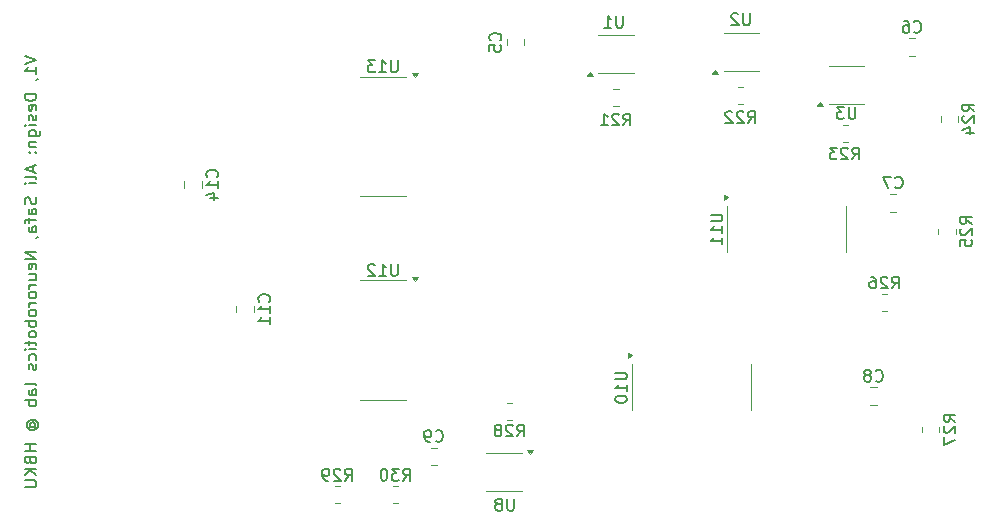
<source format=gbr>
%TF.GenerationSoftware,KiCad,Pcbnew,8.0.8*%
%TF.CreationDate,2025-07-24T20:26:14+03:00*%
%TF.ProjectId,memristor_shield,6d656d72-6973-4746-9f72-5f736869656c,rev?*%
%TF.SameCoordinates,Original*%
%TF.FileFunction,Legend,Bot*%
%TF.FilePolarity,Positive*%
%FSLAX46Y46*%
G04 Gerber Fmt 4.6, Leading zero omitted, Abs format (unit mm)*
G04 Created by KiCad (PCBNEW 8.0.8) date 2025-07-24 20:26:14*
%MOMM*%
%LPD*%
G01*
G04 APERTURE LIST*
%ADD10C,0.150000*%
%ADD11C,0.120000*%
G04 APERTURE END LIST*
D10*
X110709819Y-55843922D02*
X111709819Y-56177255D01*
X111709819Y-56177255D02*
X110709819Y-56510588D01*
X111709819Y-57367731D02*
X111709819Y-56796303D01*
X111709819Y-57082017D02*
X110709819Y-57082017D01*
X110709819Y-57082017D02*
X110852676Y-56986779D01*
X110852676Y-56986779D02*
X110947914Y-56891541D01*
X110947914Y-56891541D02*
X110995533Y-56796303D01*
X111662200Y-57843922D02*
X111709819Y-57843922D01*
X111709819Y-57843922D02*
X111805057Y-57796303D01*
X111805057Y-57796303D02*
X111852676Y-57748684D01*
X111709819Y-59034398D02*
X110709819Y-59034398D01*
X110709819Y-59034398D02*
X110709819Y-59272493D01*
X110709819Y-59272493D02*
X110757438Y-59415350D01*
X110757438Y-59415350D02*
X110852676Y-59510588D01*
X110852676Y-59510588D02*
X110947914Y-59558207D01*
X110947914Y-59558207D02*
X111138390Y-59605826D01*
X111138390Y-59605826D02*
X111281247Y-59605826D01*
X111281247Y-59605826D02*
X111471723Y-59558207D01*
X111471723Y-59558207D02*
X111566961Y-59510588D01*
X111566961Y-59510588D02*
X111662200Y-59415350D01*
X111662200Y-59415350D02*
X111709819Y-59272493D01*
X111709819Y-59272493D02*
X111709819Y-59034398D01*
X111662200Y-60415350D02*
X111709819Y-60320112D01*
X111709819Y-60320112D02*
X111709819Y-60129636D01*
X111709819Y-60129636D02*
X111662200Y-60034398D01*
X111662200Y-60034398D02*
X111566961Y-59986779D01*
X111566961Y-59986779D02*
X111186009Y-59986779D01*
X111186009Y-59986779D02*
X111090771Y-60034398D01*
X111090771Y-60034398D02*
X111043152Y-60129636D01*
X111043152Y-60129636D02*
X111043152Y-60320112D01*
X111043152Y-60320112D02*
X111090771Y-60415350D01*
X111090771Y-60415350D02*
X111186009Y-60462969D01*
X111186009Y-60462969D02*
X111281247Y-60462969D01*
X111281247Y-60462969D02*
X111376485Y-59986779D01*
X111662200Y-60843922D02*
X111709819Y-60939160D01*
X111709819Y-60939160D02*
X111709819Y-61129636D01*
X111709819Y-61129636D02*
X111662200Y-61224874D01*
X111662200Y-61224874D02*
X111566961Y-61272493D01*
X111566961Y-61272493D02*
X111519342Y-61272493D01*
X111519342Y-61272493D02*
X111424104Y-61224874D01*
X111424104Y-61224874D02*
X111376485Y-61129636D01*
X111376485Y-61129636D02*
X111376485Y-60986779D01*
X111376485Y-60986779D02*
X111328866Y-60891541D01*
X111328866Y-60891541D02*
X111233628Y-60843922D01*
X111233628Y-60843922D02*
X111186009Y-60843922D01*
X111186009Y-60843922D02*
X111090771Y-60891541D01*
X111090771Y-60891541D02*
X111043152Y-60986779D01*
X111043152Y-60986779D02*
X111043152Y-61129636D01*
X111043152Y-61129636D02*
X111090771Y-61224874D01*
X111709819Y-61701065D02*
X111043152Y-61701065D01*
X110709819Y-61701065D02*
X110757438Y-61653446D01*
X110757438Y-61653446D02*
X110805057Y-61701065D01*
X110805057Y-61701065D02*
X110757438Y-61748684D01*
X110757438Y-61748684D02*
X110709819Y-61701065D01*
X110709819Y-61701065D02*
X110805057Y-61701065D01*
X111043152Y-62605826D02*
X111852676Y-62605826D01*
X111852676Y-62605826D02*
X111947914Y-62558207D01*
X111947914Y-62558207D02*
X111995533Y-62510588D01*
X111995533Y-62510588D02*
X112043152Y-62415350D01*
X112043152Y-62415350D02*
X112043152Y-62272493D01*
X112043152Y-62272493D02*
X111995533Y-62177255D01*
X111662200Y-62605826D02*
X111709819Y-62510588D01*
X111709819Y-62510588D02*
X111709819Y-62320112D01*
X111709819Y-62320112D02*
X111662200Y-62224874D01*
X111662200Y-62224874D02*
X111614580Y-62177255D01*
X111614580Y-62177255D02*
X111519342Y-62129636D01*
X111519342Y-62129636D02*
X111233628Y-62129636D01*
X111233628Y-62129636D02*
X111138390Y-62177255D01*
X111138390Y-62177255D02*
X111090771Y-62224874D01*
X111090771Y-62224874D02*
X111043152Y-62320112D01*
X111043152Y-62320112D02*
X111043152Y-62510588D01*
X111043152Y-62510588D02*
X111090771Y-62605826D01*
X111043152Y-63082017D02*
X111709819Y-63082017D01*
X111138390Y-63082017D02*
X111090771Y-63129636D01*
X111090771Y-63129636D02*
X111043152Y-63224874D01*
X111043152Y-63224874D02*
X111043152Y-63367731D01*
X111043152Y-63367731D02*
X111090771Y-63462969D01*
X111090771Y-63462969D02*
X111186009Y-63510588D01*
X111186009Y-63510588D02*
X111709819Y-63510588D01*
X111614580Y-63986779D02*
X111662200Y-64034398D01*
X111662200Y-64034398D02*
X111709819Y-63986779D01*
X111709819Y-63986779D02*
X111662200Y-63939160D01*
X111662200Y-63939160D02*
X111614580Y-63986779D01*
X111614580Y-63986779D02*
X111709819Y-63986779D01*
X111090771Y-63986779D02*
X111138390Y-64034398D01*
X111138390Y-64034398D02*
X111186009Y-63986779D01*
X111186009Y-63986779D02*
X111138390Y-63939160D01*
X111138390Y-63939160D02*
X111090771Y-63986779D01*
X111090771Y-63986779D02*
X111186009Y-63986779D01*
X111424104Y-65177255D02*
X111424104Y-65653445D01*
X111709819Y-65082017D02*
X110709819Y-65415350D01*
X110709819Y-65415350D02*
X111709819Y-65748683D01*
X111709819Y-66224874D02*
X111662200Y-66129636D01*
X111662200Y-66129636D02*
X111566961Y-66082017D01*
X111566961Y-66082017D02*
X110709819Y-66082017D01*
X111709819Y-66605827D02*
X111043152Y-66605827D01*
X110709819Y-66605827D02*
X110757438Y-66558208D01*
X110757438Y-66558208D02*
X110805057Y-66605827D01*
X110805057Y-66605827D02*
X110757438Y-66653446D01*
X110757438Y-66653446D02*
X110709819Y-66605827D01*
X110709819Y-66605827D02*
X110805057Y-66605827D01*
X111662200Y-67796303D02*
X111709819Y-67939160D01*
X111709819Y-67939160D02*
X111709819Y-68177255D01*
X111709819Y-68177255D02*
X111662200Y-68272493D01*
X111662200Y-68272493D02*
X111614580Y-68320112D01*
X111614580Y-68320112D02*
X111519342Y-68367731D01*
X111519342Y-68367731D02*
X111424104Y-68367731D01*
X111424104Y-68367731D02*
X111328866Y-68320112D01*
X111328866Y-68320112D02*
X111281247Y-68272493D01*
X111281247Y-68272493D02*
X111233628Y-68177255D01*
X111233628Y-68177255D02*
X111186009Y-67986779D01*
X111186009Y-67986779D02*
X111138390Y-67891541D01*
X111138390Y-67891541D02*
X111090771Y-67843922D01*
X111090771Y-67843922D02*
X110995533Y-67796303D01*
X110995533Y-67796303D02*
X110900295Y-67796303D01*
X110900295Y-67796303D02*
X110805057Y-67843922D01*
X110805057Y-67843922D02*
X110757438Y-67891541D01*
X110757438Y-67891541D02*
X110709819Y-67986779D01*
X110709819Y-67986779D02*
X110709819Y-68224874D01*
X110709819Y-68224874D02*
X110757438Y-68367731D01*
X111709819Y-69224874D02*
X111186009Y-69224874D01*
X111186009Y-69224874D02*
X111090771Y-69177255D01*
X111090771Y-69177255D02*
X111043152Y-69082017D01*
X111043152Y-69082017D02*
X111043152Y-68891541D01*
X111043152Y-68891541D02*
X111090771Y-68796303D01*
X111662200Y-69224874D02*
X111709819Y-69129636D01*
X111709819Y-69129636D02*
X111709819Y-68891541D01*
X111709819Y-68891541D02*
X111662200Y-68796303D01*
X111662200Y-68796303D02*
X111566961Y-68748684D01*
X111566961Y-68748684D02*
X111471723Y-68748684D01*
X111471723Y-68748684D02*
X111376485Y-68796303D01*
X111376485Y-68796303D02*
X111328866Y-68891541D01*
X111328866Y-68891541D02*
X111328866Y-69129636D01*
X111328866Y-69129636D02*
X111281247Y-69224874D01*
X111043152Y-69558208D02*
X111043152Y-69939160D01*
X111709819Y-69701065D02*
X110852676Y-69701065D01*
X110852676Y-69701065D02*
X110757438Y-69748684D01*
X110757438Y-69748684D02*
X110709819Y-69843922D01*
X110709819Y-69843922D02*
X110709819Y-69939160D01*
X111709819Y-70701065D02*
X111186009Y-70701065D01*
X111186009Y-70701065D02*
X111090771Y-70653446D01*
X111090771Y-70653446D02*
X111043152Y-70558208D01*
X111043152Y-70558208D02*
X111043152Y-70367732D01*
X111043152Y-70367732D02*
X111090771Y-70272494D01*
X111662200Y-70701065D02*
X111709819Y-70605827D01*
X111709819Y-70605827D02*
X111709819Y-70367732D01*
X111709819Y-70367732D02*
X111662200Y-70272494D01*
X111662200Y-70272494D02*
X111566961Y-70224875D01*
X111566961Y-70224875D02*
X111471723Y-70224875D01*
X111471723Y-70224875D02*
X111376485Y-70272494D01*
X111376485Y-70272494D02*
X111328866Y-70367732D01*
X111328866Y-70367732D02*
X111328866Y-70605827D01*
X111328866Y-70605827D02*
X111281247Y-70701065D01*
X111662200Y-71224875D02*
X111709819Y-71224875D01*
X111709819Y-71224875D02*
X111805057Y-71177256D01*
X111805057Y-71177256D02*
X111852676Y-71129637D01*
X111709819Y-72415351D02*
X110709819Y-72415351D01*
X110709819Y-72415351D02*
X111709819Y-72986779D01*
X111709819Y-72986779D02*
X110709819Y-72986779D01*
X111662200Y-73843922D02*
X111709819Y-73748684D01*
X111709819Y-73748684D02*
X111709819Y-73558208D01*
X111709819Y-73558208D02*
X111662200Y-73462970D01*
X111662200Y-73462970D02*
X111566961Y-73415351D01*
X111566961Y-73415351D02*
X111186009Y-73415351D01*
X111186009Y-73415351D02*
X111090771Y-73462970D01*
X111090771Y-73462970D02*
X111043152Y-73558208D01*
X111043152Y-73558208D02*
X111043152Y-73748684D01*
X111043152Y-73748684D02*
X111090771Y-73843922D01*
X111090771Y-73843922D02*
X111186009Y-73891541D01*
X111186009Y-73891541D02*
X111281247Y-73891541D01*
X111281247Y-73891541D02*
X111376485Y-73415351D01*
X111043152Y-74748684D02*
X111709819Y-74748684D01*
X111043152Y-74320113D02*
X111566961Y-74320113D01*
X111566961Y-74320113D02*
X111662200Y-74367732D01*
X111662200Y-74367732D02*
X111709819Y-74462970D01*
X111709819Y-74462970D02*
X111709819Y-74605827D01*
X111709819Y-74605827D02*
X111662200Y-74701065D01*
X111662200Y-74701065D02*
X111614580Y-74748684D01*
X111709819Y-75224875D02*
X111043152Y-75224875D01*
X111233628Y-75224875D02*
X111138390Y-75272494D01*
X111138390Y-75272494D02*
X111090771Y-75320113D01*
X111090771Y-75320113D02*
X111043152Y-75415351D01*
X111043152Y-75415351D02*
X111043152Y-75510589D01*
X111709819Y-75986780D02*
X111662200Y-75891542D01*
X111662200Y-75891542D02*
X111614580Y-75843923D01*
X111614580Y-75843923D02*
X111519342Y-75796304D01*
X111519342Y-75796304D02*
X111233628Y-75796304D01*
X111233628Y-75796304D02*
X111138390Y-75843923D01*
X111138390Y-75843923D02*
X111090771Y-75891542D01*
X111090771Y-75891542D02*
X111043152Y-75986780D01*
X111043152Y-75986780D02*
X111043152Y-76129637D01*
X111043152Y-76129637D02*
X111090771Y-76224875D01*
X111090771Y-76224875D02*
X111138390Y-76272494D01*
X111138390Y-76272494D02*
X111233628Y-76320113D01*
X111233628Y-76320113D02*
X111519342Y-76320113D01*
X111519342Y-76320113D02*
X111614580Y-76272494D01*
X111614580Y-76272494D02*
X111662200Y-76224875D01*
X111662200Y-76224875D02*
X111709819Y-76129637D01*
X111709819Y-76129637D02*
X111709819Y-75986780D01*
X111709819Y-76748685D02*
X111043152Y-76748685D01*
X111233628Y-76748685D02*
X111138390Y-76796304D01*
X111138390Y-76796304D02*
X111090771Y-76843923D01*
X111090771Y-76843923D02*
X111043152Y-76939161D01*
X111043152Y-76939161D02*
X111043152Y-77034399D01*
X111709819Y-77510590D02*
X111662200Y-77415352D01*
X111662200Y-77415352D02*
X111614580Y-77367733D01*
X111614580Y-77367733D02*
X111519342Y-77320114D01*
X111519342Y-77320114D02*
X111233628Y-77320114D01*
X111233628Y-77320114D02*
X111138390Y-77367733D01*
X111138390Y-77367733D02*
X111090771Y-77415352D01*
X111090771Y-77415352D02*
X111043152Y-77510590D01*
X111043152Y-77510590D02*
X111043152Y-77653447D01*
X111043152Y-77653447D02*
X111090771Y-77748685D01*
X111090771Y-77748685D02*
X111138390Y-77796304D01*
X111138390Y-77796304D02*
X111233628Y-77843923D01*
X111233628Y-77843923D02*
X111519342Y-77843923D01*
X111519342Y-77843923D02*
X111614580Y-77796304D01*
X111614580Y-77796304D02*
X111662200Y-77748685D01*
X111662200Y-77748685D02*
X111709819Y-77653447D01*
X111709819Y-77653447D02*
X111709819Y-77510590D01*
X111709819Y-78272495D02*
X110709819Y-78272495D01*
X111090771Y-78272495D02*
X111043152Y-78367733D01*
X111043152Y-78367733D02*
X111043152Y-78558209D01*
X111043152Y-78558209D02*
X111090771Y-78653447D01*
X111090771Y-78653447D02*
X111138390Y-78701066D01*
X111138390Y-78701066D02*
X111233628Y-78748685D01*
X111233628Y-78748685D02*
X111519342Y-78748685D01*
X111519342Y-78748685D02*
X111614580Y-78701066D01*
X111614580Y-78701066D02*
X111662200Y-78653447D01*
X111662200Y-78653447D02*
X111709819Y-78558209D01*
X111709819Y-78558209D02*
X111709819Y-78367733D01*
X111709819Y-78367733D02*
X111662200Y-78272495D01*
X111709819Y-79320114D02*
X111662200Y-79224876D01*
X111662200Y-79224876D02*
X111614580Y-79177257D01*
X111614580Y-79177257D02*
X111519342Y-79129638D01*
X111519342Y-79129638D02*
X111233628Y-79129638D01*
X111233628Y-79129638D02*
X111138390Y-79177257D01*
X111138390Y-79177257D02*
X111090771Y-79224876D01*
X111090771Y-79224876D02*
X111043152Y-79320114D01*
X111043152Y-79320114D02*
X111043152Y-79462971D01*
X111043152Y-79462971D02*
X111090771Y-79558209D01*
X111090771Y-79558209D02*
X111138390Y-79605828D01*
X111138390Y-79605828D02*
X111233628Y-79653447D01*
X111233628Y-79653447D02*
X111519342Y-79653447D01*
X111519342Y-79653447D02*
X111614580Y-79605828D01*
X111614580Y-79605828D02*
X111662200Y-79558209D01*
X111662200Y-79558209D02*
X111709819Y-79462971D01*
X111709819Y-79462971D02*
X111709819Y-79320114D01*
X111043152Y-79939162D02*
X111043152Y-80320114D01*
X110709819Y-80082019D02*
X111566961Y-80082019D01*
X111566961Y-80082019D02*
X111662200Y-80129638D01*
X111662200Y-80129638D02*
X111709819Y-80224876D01*
X111709819Y-80224876D02*
X111709819Y-80320114D01*
X111709819Y-80653448D02*
X111043152Y-80653448D01*
X110709819Y-80653448D02*
X110757438Y-80605829D01*
X110757438Y-80605829D02*
X110805057Y-80653448D01*
X110805057Y-80653448D02*
X110757438Y-80701067D01*
X110757438Y-80701067D02*
X110709819Y-80653448D01*
X110709819Y-80653448D02*
X110805057Y-80653448D01*
X111662200Y-81558209D02*
X111709819Y-81462971D01*
X111709819Y-81462971D02*
X111709819Y-81272495D01*
X111709819Y-81272495D02*
X111662200Y-81177257D01*
X111662200Y-81177257D02*
X111614580Y-81129638D01*
X111614580Y-81129638D02*
X111519342Y-81082019D01*
X111519342Y-81082019D02*
X111233628Y-81082019D01*
X111233628Y-81082019D02*
X111138390Y-81129638D01*
X111138390Y-81129638D02*
X111090771Y-81177257D01*
X111090771Y-81177257D02*
X111043152Y-81272495D01*
X111043152Y-81272495D02*
X111043152Y-81462971D01*
X111043152Y-81462971D02*
X111090771Y-81558209D01*
X111662200Y-81939162D02*
X111709819Y-82034400D01*
X111709819Y-82034400D02*
X111709819Y-82224876D01*
X111709819Y-82224876D02*
X111662200Y-82320114D01*
X111662200Y-82320114D02*
X111566961Y-82367733D01*
X111566961Y-82367733D02*
X111519342Y-82367733D01*
X111519342Y-82367733D02*
X111424104Y-82320114D01*
X111424104Y-82320114D02*
X111376485Y-82224876D01*
X111376485Y-82224876D02*
X111376485Y-82082019D01*
X111376485Y-82082019D02*
X111328866Y-81986781D01*
X111328866Y-81986781D02*
X111233628Y-81939162D01*
X111233628Y-81939162D02*
X111186009Y-81939162D01*
X111186009Y-81939162D02*
X111090771Y-81986781D01*
X111090771Y-81986781D02*
X111043152Y-82082019D01*
X111043152Y-82082019D02*
X111043152Y-82224876D01*
X111043152Y-82224876D02*
X111090771Y-82320114D01*
X111709819Y-83701067D02*
X111662200Y-83605829D01*
X111662200Y-83605829D02*
X111566961Y-83558210D01*
X111566961Y-83558210D02*
X110709819Y-83558210D01*
X111709819Y-84510591D02*
X111186009Y-84510591D01*
X111186009Y-84510591D02*
X111090771Y-84462972D01*
X111090771Y-84462972D02*
X111043152Y-84367734D01*
X111043152Y-84367734D02*
X111043152Y-84177258D01*
X111043152Y-84177258D02*
X111090771Y-84082020D01*
X111662200Y-84510591D02*
X111709819Y-84415353D01*
X111709819Y-84415353D02*
X111709819Y-84177258D01*
X111709819Y-84177258D02*
X111662200Y-84082020D01*
X111662200Y-84082020D02*
X111566961Y-84034401D01*
X111566961Y-84034401D02*
X111471723Y-84034401D01*
X111471723Y-84034401D02*
X111376485Y-84082020D01*
X111376485Y-84082020D02*
X111328866Y-84177258D01*
X111328866Y-84177258D02*
X111328866Y-84415353D01*
X111328866Y-84415353D02*
X111281247Y-84510591D01*
X111709819Y-84986782D02*
X110709819Y-84986782D01*
X111090771Y-84986782D02*
X111043152Y-85082020D01*
X111043152Y-85082020D02*
X111043152Y-85272496D01*
X111043152Y-85272496D02*
X111090771Y-85367734D01*
X111090771Y-85367734D02*
X111138390Y-85415353D01*
X111138390Y-85415353D02*
X111233628Y-85462972D01*
X111233628Y-85462972D02*
X111519342Y-85462972D01*
X111519342Y-85462972D02*
X111614580Y-85415353D01*
X111614580Y-85415353D02*
X111662200Y-85367734D01*
X111662200Y-85367734D02*
X111709819Y-85272496D01*
X111709819Y-85272496D02*
X111709819Y-85082020D01*
X111709819Y-85082020D02*
X111662200Y-84986782D01*
X111233628Y-87272496D02*
X111186009Y-87224877D01*
X111186009Y-87224877D02*
X111138390Y-87129639D01*
X111138390Y-87129639D02*
X111138390Y-87034401D01*
X111138390Y-87034401D02*
X111186009Y-86939163D01*
X111186009Y-86939163D02*
X111233628Y-86891544D01*
X111233628Y-86891544D02*
X111328866Y-86843925D01*
X111328866Y-86843925D02*
X111424104Y-86843925D01*
X111424104Y-86843925D02*
X111519342Y-86891544D01*
X111519342Y-86891544D02*
X111566961Y-86939163D01*
X111566961Y-86939163D02*
X111614580Y-87034401D01*
X111614580Y-87034401D02*
X111614580Y-87129639D01*
X111614580Y-87129639D02*
X111566961Y-87224877D01*
X111566961Y-87224877D02*
X111519342Y-87272496D01*
X111138390Y-87272496D02*
X111519342Y-87272496D01*
X111519342Y-87272496D02*
X111566961Y-87320115D01*
X111566961Y-87320115D02*
X111566961Y-87367734D01*
X111566961Y-87367734D02*
X111519342Y-87462973D01*
X111519342Y-87462973D02*
X111424104Y-87510592D01*
X111424104Y-87510592D02*
X111186009Y-87510592D01*
X111186009Y-87510592D02*
X111043152Y-87415354D01*
X111043152Y-87415354D02*
X110947914Y-87272496D01*
X110947914Y-87272496D02*
X110900295Y-87082020D01*
X110900295Y-87082020D02*
X110947914Y-86891544D01*
X110947914Y-86891544D02*
X111043152Y-86748687D01*
X111043152Y-86748687D02*
X111186009Y-86653449D01*
X111186009Y-86653449D02*
X111376485Y-86605830D01*
X111376485Y-86605830D02*
X111566961Y-86653449D01*
X111566961Y-86653449D02*
X111709819Y-86748687D01*
X111709819Y-86748687D02*
X111805057Y-86891544D01*
X111805057Y-86891544D02*
X111852676Y-87082020D01*
X111852676Y-87082020D02*
X111805057Y-87272496D01*
X111805057Y-87272496D02*
X111709819Y-87415354D01*
X111709819Y-88701068D02*
X110709819Y-88701068D01*
X111186009Y-88701068D02*
X111186009Y-89272496D01*
X111709819Y-89272496D02*
X110709819Y-89272496D01*
X111186009Y-90082020D02*
X111233628Y-90224877D01*
X111233628Y-90224877D02*
X111281247Y-90272496D01*
X111281247Y-90272496D02*
X111376485Y-90320115D01*
X111376485Y-90320115D02*
X111519342Y-90320115D01*
X111519342Y-90320115D02*
X111614580Y-90272496D01*
X111614580Y-90272496D02*
X111662200Y-90224877D01*
X111662200Y-90224877D02*
X111709819Y-90129639D01*
X111709819Y-90129639D02*
X111709819Y-89748687D01*
X111709819Y-89748687D02*
X110709819Y-89748687D01*
X110709819Y-89748687D02*
X110709819Y-90082020D01*
X110709819Y-90082020D02*
X110757438Y-90177258D01*
X110757438Y-90177258D02*
X110805057Y-90224877D01*
X110805057Y-90224877D02*
X110900295Y-90272496D01*
X110900295Y-90272496D02*
X110995533Y-90272496D01*
X110995533Y-90272496D02*
X111090771Y-90224877D01*
X111090771Y-90224877D02*
X111138390Y-90177258D01*
X111138390Y-90177258D02*
X111186009Y-90082020D01*
X111186009Y-90082020D02*
X111186009Y-89748687D01*
X111709819Y-90748687D02*
X110709819Y-90748687D01*
X111709819Y-91320115D02*
X111138390Y-90891544D01*
X110709819Y-91320115D02*
X111281247Y-90748687D01*
X110709819Y-91748687D02*
X111519342Y-91748687D01*
X111519342Y-91748687D02*
X111614580Y-91796306D01*
X111614580Y-91796306D02*
X111662200Y-91843925D01*
X111662200Y-91843925D02*
X111709819Y-91939163D01*
X111709819Y-91939163D02*
X111709819Y-92129639D01*
X111709819Y-92129639D02*
X111662200Y-92224877D01*
X111662200Y-92224877D02*
X111614580Y-92272496D01*
X111614580Y-92272496D02*
X111519342Y-92320115D01*
X111519342Y-92320115D02*
X110709819Y-92320115D01*
X131399580Y-76617142D02*
X131447200Y-76569523D01*
X131447200Y-76569523D02*
X131494819Y-76426666D01*
X131494819Y-76426666D02*
X131494819Y-76331428D01*
X131494819Y-76331428D02*
X131447200Y-76188571D01*
X131447200Y-76188571D02*
X131351961Y-76093333D01*
X131351961Y-76093333D02*
X131256723Y-76045714D01*
X131256723Y-76045714D02*
X131066247Y-75998095D01*
X131066247Y-75998095D02*
X130923390Y-75998095D01*
X130923390Y-75998095D02*
X130732914Y-76045714D01*
X130732914Y-76045714D02*
X130637676Y-76093333D01*
X130637676Y-76093333D02*
X130542438Y-76188571D01*
X130542438Y-76188571D02*
X130494819Y-76331428D01*
X130494819Y-76331428D02*
X130494819Y-76426666D01*
X130494819Y-76426666D02*
X130542438Y-76569523D01*
X130542438Y-76569523D02*
X130590057Y-76617142D01*
X131494819Y-77569523D02*
X131494819Y-76998095D01*
X131494819Y-77283809D02*
X130494819Y-77283809D01*
X130494819Y-77283809D02*
X130637676Y-77188571D01*
X130637676Y-77188571D02*
X130732914Y-77093333D01*
X130732914Y-77093333D02*
X130780533Y-76998095D01*
X131494819Y-78521904D02*
X131494819Y-77950476D01*
X131494819Y-78236190D02*
X130494819Y-78236190D01*
X130494819Y-78236190D02*
X130637676Y-78140952D01*
X130637676Y-78140952D02*
X130732914Y-78045714D01*
X130732914Y-78045714D02*
X130780533Y-77950476D01*
X190904819Y-70047142D02*
X190428628Y-69713809D01*
X190904819Y-69475714D02*
X189904819Y-69475714D01*
X189904819Y-69475714D02*
X189904819Y-69856666D01*
X189904819Y-69856666D02*
X189952438Y-69951904D01*
X189952438Y-69951904D02*
X190000057Y-69999523D01*
X190000057Y-69999523D02*
X190095295Y-70047142D01*
X190095295Y-70047142D02*
X190238152Y-70047142D01*
X190238152Y-70047142D02*
X190333390Y-69999523D01*
X190333390Y-69999523D02*
X190381009Y-69951904D01*
X190381009Y-69951904D02*
X190428628Y-69856666D01*
X190428628Y-69856666D02*
X190428628Y-69475714D01*
X190000057Y-70428095D02*
X189952438Y-70475714D01*
X189952438Y-70475714D02*
X189904819Y-70570952D01*
X189904819Y-70570952D02*
X189904819Y-70809047D01*
X189904819Y-70809047D02*
X189952438Y-70904285D01*
X189952438Y-70904285D02*
X190000057Y-70951904D01*
X190000057Y-70951904D02*
X190095295Y-70999523D01*
X190095295Y-70999523D02*
X190190533Y-70999523D01*
X190190533Y-70999523D02*
X190333390Y-70951904D01*
X190333390Y-70951904D02*
X190904819Y-70380476D01*
X190904819Y-70380476D02*
X190904819Y-70999523D01*
X189904819Y-71904285D02*
X189904819Y-71428095D01*
X189904819Y-71428095D02*
X190381009Y-71380476D01*
X190381009Y-71380476D02*
X190333390Y-71428095D01*
X190333390Y-71428095D02*
X190285771Y-71523333D01*
X190285771Y-71523333D02*
X190285771Y-71761428D01*
X190285771Y-71761428D02*
X190333390Y-71856666D01*
X190333390Y-71856666D02*
X190381009Y-71904285D01*
X190381009Y-71904285D02*
X190476247Y-71951904D01*
X190476247Y-71951904D02*
X190714342Y-71951904D01*
X190714342Y-71951904D02*
X190809580Y-71904285D01*
X190809580Y-71904285D02*
X190857200Y-71856666D01*
X190857200Y-71856666D02*
X190904819Y-71761428D01*
X190904819Y-71761428D02*
X190904819Y-71523333D01*
X190904819Y-71523333D02*
X190857200Y-71428095D01*
X190857200Y-71428095D02*
X190809580Y-71380476D01*
X161402857Y-61704819D02*
X161736190Y-61228628D01*
X161974285Y-61704819D02*
X161974285Y-60704819D01*
X161974285Y-60704819D02*
X161593333Y-60704819D01*
X161593333Y-60704819D02*
X161498095Y-60752438D01*
X161498095Y-60752438D02*
X161450476Y-60800057D01*
X161450476Y-60800057D02*
X161402857Y-60895295D01*
X161402857Y-60895295D02*
X161402857Y-61038152D01*
X161402857Y-61038152D02*
X161450476Y-61133390D01*
X161450476Y-61133390D02*
X161498095Y-61181009D01*
X161498095Y-61181009D02*
X161593333Y-61228628D01*
X161593333Y-61228628D02*
X161974285Y-61228628D01*
X161021904Y-60800057D02*
X160974285Y-60752438D01*
X160974285Y-60752438D02*
X160879047Y-60704819D01*
X160879047Y-60704819D02*
X160640952Y-60704819D01*
X160640952Y-60704819D02*
X160545714Y-60752438D01*
X160545714Y-60752438D02*
X160498095Y-60800057D01*
X160498095Y-60800057D02*
X160450476Y-60895295D01*
X160450476Y-60895295D02*
X160450476Y-60990533D01*
X160450476Y-60990533D02*
X160498095Y-61133390D01*
X160498095Y-61133390D02*
X161069523Y-61704819D01*
X161069523Y-61704819D02*
X160450476Y-61704819D01*
X159498095Y-61704819D02*
X160069523Y-61704819D01*
X159783809Y-61704819D02*
X159783809Y-60704819D01*
X159783809Y-60704819D02*
X159879047Y-60847676D01*
X159879047Y-60847676D02*
X159974285Y-60942914D01*
X159974285Y-60942914D02*
X160069523Y-60990533D01*
X142293094Y-73429819D02*
X142293094Y-74239342D01*
X142293094Y-74239342D02*
X142245475Y-74334580D01*
X142245475Y-74334580D02*
X142197856Y-74382200D01*
X142197856Y-74382200D02*
X142102618Y-74429819D01*
X142102618Y-74429819D02*
X141912142Y-74429819D01*
X141912142Y-74429819D02*
X141816904Y-74382200D01*
X141816904Y-74382200D02*
X141769285Y-74334580D01*
X141769285Y-74334580D02*
X141721666Y-74239342D01*
X141721666Y-74239342D02*
X141721666Y-73429819D01*
X140721666Y-74429819D02*
X141293094Y-74429819D01*
X141007380Y-74429819D02*
X141007380Y-73429819D01*
X141007380Y-73429819D02*
X141102618Y-73572676D01*
X141102618Y-73572676D02*
X141197856Y-73667914D01*
X141197856Y-73667914D02*
X141293094Y-73715533D01*
X140340713Y-73525057D02*
X140293094Y-73477438D01*
X140293094Y-73477438D02*
X140197856Y-73429819D01*
X140197856Y-73429819D02*
X139959761Y-73429819D01*
X139959761Y-73429819D02*
X139864523Y-73477438D01*
X139864523Y-73477438D02*
X139816904Y-73525057D01*
X139816904Y-73525057D02*
X139769285Y-73620295D01*
X139769285Y-73620295D02*
X139769285Y-73715533D01*
X139769285Y-73715533D02*
X139816904Y-73858390D01*
X139816904Y-73858390D02*
X140388332Y-74429819D01*
X140388332Y-74429819D02*
X139769285Y-74429819D01*
X184132857Y-75494819D02*
X184466190Y-75018628D01*
X184704285Y-75494819D02*
X184704285Y-74494819D01*
X184704285Y-74494819D02*
X184323333Y-74494819D01*
X184323333Y-74494819D02*
X184228095Y-74542438D01*
X184228095Y-74542438D02*
X184180476Y-74590057D01*
X184180476Y-74590057D02*
X184132857Y-74685295D01*
X184132857Y-74685295D02*
X184132857Y-74828152D01*
X184132857Y-74828152D02*
X184180476Y-74923390D01*
X184180476Y-74923390D02*
X184228095Y-74971009D01*
X184228095Y-74971009D02*
X184323333Y-75018628D01*
X184323333Y-75018628D02*
X184704285Y-75018628D01*
X183751904Y-74590057D02*
X183704285Y-74542438D01*
X183704285Y-74542438D02*
X183609047Y-74494819D01*
X183609047Y-74494819D02*
X183370952Y-74494819D01*
X183370952Y-74494819D02*
X183275714Y-74542438D01*
X183275714Y-74542438D02*
X183228095Y-74590057D01*
X183228095Y-74590057D02*
X183180476Y-74685295D01*
X183180476Y-74685295D02*
X183180476Y-74780533D01*
X183180476Y-74780533D02*
X183228095Y-74923390D01*
X183228095Y-74923390D02*
X183799523Y-75494819D01*
X183799523Y-75494819D02*
X183180476Y-75494819D01*
X182323333Y-74494819D02*
X182513809Y-74494819D01*
X182513809Y-74494819D02*
X182609047Y-74542438D01*
X182609047Y-74542438D02*
X182656666Y-74590057D01*
X182656666Y-74590057D02*
X182751904Y-74732914D01*
X182751904Y-74732914D02*
X182799523Y-74923390D01*
X182799523Y-74923390D02*
X182799523Y-75304342D01*
X182799523Y-75304342D02*
X182751904Y-75399580D01*
X182751904Y-75399580D02*
X182704285Y-75447200D01*
X182704285Y-75447200D02*
X182609047Y-75494819D01*
X182609047Y-75494819D02*
X182418571Y-75494819D01*
X182418571Y-75494819D02*
X182323333Y-75447200D01*
X182323333Y-75447200D02*
X182275714Y-75399580D01*
X182275714Y-75399580D02*
X182228095Y-75304342D01*
X182228095Y-75304342D02*
X182228095Y-75066247D01*
X182228095Y-75066247D02*
X182275714Y-74971009D01*
X182275714Y-74971009D02*
X182323333Y-74923390D01*
X182323333Y-74923390D02*
X182418571Y-74875771D01*
X182418571Y-74875771D02*
X182609047Y-74875771D01*
X182609047Y-74875771D02*
X182704285Y-74923390D01*
X182704285Y-74923390D02*
X182751904Y-74971009D01*
X182751904Y-74971009D02*
X182799523Y-75066247D01*
X189514819Y-86777142D02*
X189038628Y-86443809D01*
X189514819Y-86205714D02*
X188514819Y-86205714D01*
X188514819Y-86205714D02*
X188514819Y-86586666D01*
X188514819Y-86586666D02*
X188562438Y-86681904D01*
X188562438Y-86681904D02*
X188610057Y-86729523D01*
X188610057Y-86729523D02*
X188705295Y-86777142D01*
X188705295Y-86777142D02*
X188848152Y-86777142D01*
X188848152Y-86777142D02*
X188943390Y-86729523D01*
X188943390Y-86729523D02*
X188991009Y-86681904D01*
X188991009Y-86681904D02*
X189038628Y-86586666D01*
X189038628Y-86586666D02*
X189038628Y-86205714D01*
X188610057Y-87158095D02*
X188562438Y-87205714D01*
X188562438Y-87205714D02*
X188514819Y-87300952D01*
X188514819Y-87300952D02*
X188514819Y-87539047D01*
X188514819Y-87539047D02*
X188562438Y-87634285D01*
X188562438Y-87634285D02*
X188610057Y-87681904D01*
X188610057Y-87681904D02*
X188705295Y-87729523D01*
X188705295Y-87729523D02*
X188800533Y-87729523D01*
X188800533Y-87729523D02*
X188943390Y-87681904D01*
X188943390Y-87681904D02*
X189514819Y-87110476D01*
X189514819Y-87110476D02*
X189514819Y-87729523D01*
X188514819Y-88062857D02*
X188514819Y-88729523D01*
X188514819Y-88729523D02*
X189514819Y-88300952D01*
X184414166Y-66939580D02*
X184461785Y-66987200D01*
X184461785Y-66987200D02*
X184604642Y-67034819D01*
X184604642Y-67034819D02*
X184699880Y-67034819D01*
X184699880Y-67034819D02*
X184842737Y-66987200D01*
X184842737Y-66987200D02*
X184937975Y-66891961D01*
X184937975Y-66891961D02*
X184985594Y-66796723D01*
X184985594Y-66796723D02*
X185033213Y-66606247D01*
X185033213Y-66606247D02*
X185033213Y-66463390D01*
X185033213Y-66463390D02*
X184985594Y-66272914D01*
X184985594Y-66272914D02*
X184937975Y-66177676D01*
X184937975Y-66177676D02*
X184842737Y-66082438D01*
X184842737Y-66082438D02*
X184699880Y-66034819D01*
X184699880Y-66034819D02*
X184604642Y-66034819D01*
X184604642Y-66034819D02*
X184461785Y-66082438D01*
X184461785Y-66082438D02*
X184414166Y-66130057D01*
X184080832Y-66034819D02*
X183414166Y-66034819D01*
X183414166Y-66034819D02*
X183842737Y-67034819D01*
X182746666Y-83299580D02*
X182794285Y-83347200D01*
X182794285Y-83347200D02*
X182937142Y-83394819D01*
X182937142Y-83394819D02*
X183032380Y-83394819D01*
X183032380Y-83394819D02*
X183175237Y-83347200D01*
X183175237Y-83347200D02*
X183270475Y-83251961D01*
X183270475Y-83251961D02*
X183318094Y-83156723D01*
X183318094Y-83156723D02*
X183365713Y-82966247D01*
X183365713Y-82966247D02*
X183365713Y-82823390D01*
X183365713Y-82823390D02*
X183318094Y-82632914D01*
X183318094Y-82632914D02*
X183270475Y-82537676D01*
X183270475Y-82537676D02*
X183175237Y-82442438D01*
X183175237Y-82442438D02*
X183032380Y-82394819D01*
X183032380Y-82394819D02*
X182937142Y-82394819D01*
X182937142Y-82394819D02*
X182794285Y-82442438D01*
X182794285Y-82442438D02*
X182746666Y-82490057D01*
X182175237Y-82823390D02*
X182270475Y-82775771D01*
X182270475Y-82775771D02*
X182318094Y-82728152D01*
X182318094Y-82728152D02*
X182365713Y-82632914D01*
X182365713Y-82632914D02*
X182365713Y-82585295D01*
X182365713Y-82585295D02*
X182318094Y-82490057D01*
X182318094Y-82490057D02*
X182270475Y-82442438D01*
X182270475Y-82442438D02*
X182175237Y-82394819D01*
X182175237Y-82394819D02*
X181984761Y-82394819D01*
X181984761Y-82394819D02*
X181889523Y-82442438D01*
X181889523Y-82442438D02*
X181841904Y-82490057D01*
X181841904Y-82490057D02*
X181794285Y-82585295D01*
X181794285Y-82585295D02*
X181794285Y-82632914D01*
X181794285Y-82632914D02*
X181841904Y-82728152D01*
X181841904Y-82728152D02*
X181889523Y-82775771D01*
X181889523Y-82775771D02*
X181984761Y-82823390D01*
X181984761Y-82823390D02*
X182175237Y-82823390D01*
X182175237Y-82823390D02*
X182270475Y-82871009D01*
X182270475Y-82871009D02*
X182318094Y-82918628D01*
X182318094Y-82918628D02*
X182365713Y-83013866D01*
X182365713Y-83013866D02*
X182365713Y-83204342D01*
X182365713Y-83204342D02*
X182318094Y-83299580D01*
X182318094Y-83299580D02*
X182270475Y-83347200D01*
X182270475Y-83347200D02*
X182175237Y-83394819D01*
X182175237Y-83394819D02*
X181984761Y-83394819D01*
X181984761Y-83394819D02*
X181889523Y-83347200D01*
X181889523Y-83347200D02*
X181841904Y-83299580D01*
X181841904Y-83299580D02*
X181794285Y-83204342D01*
X181794285Y-83204342D02*
X181794285Y-83013866D01*
X181794285Y-83013866D02*
X181841904Y-82918628D01*
X181841904Y-82918628D02*
X181889523Y-82871009D01*
X181889523Y-82871009D02*
X181984761Y-82823390D01*
X137822857Y-91764819D02*
X138156190Y-91288628D01*
X138394285Y-91764819D02*
X138394285Y-90764819D01*
X138394285Y-90764819D02*
X138013333Y-90764819D01*
X138013333Y-90764819D02*
X137918095Y-90812438D01*
X137918095Y-90812438D02*
X137870476Y-90860057D01*
X137870476Y-90860057D02*
X137822857Y-90955295D01*
X137822857Y-90955295D02*
X137822857Y-91098152D01*
X137822857Y-91098152D02*
X137870476Y-91193390D01*
X137870476Y-91193390D02*
X137918095Y-91241009D01*
X137918095Y-91241009D02*
X138013333Y-91288628D01*
X138013333Y-91288628D02*
X138394285Y-91288628D01*
X137441904Y-90860057D02*
X137394285Y-90812438D01*
X137394285Y-90812438D02*
X137299047Y-90764819D01*
X137299047Y-90764819D02*
X137060952Y-90764819D01*
X137060952Y-90764819D02*
X136965714Y-90812438D01*
X136965714Y-90812438D02*
X136918095Y-90860057D01*
X136918095Y-90860057D02*
X136870476Y-90955295D01*
X136870476Y-90955295D02*
X136870476Y-91050533D01*
X136870476Y-91050533D02*
X136918095Y-91193390D01*
X136918095Y-91193390D02*
X137489523Y-91764819D01*
X137489523Y-91764819D02*
X136870476Y-91764819D01*
X136394285Y-91764819D02*
X136203809Y-91764819D01*
X136203809Y-91764819D02*
X136108571Y-91717200D01*
X136108571Y-91717200D02*
X136060952Y-91669580D01*
X136060952Y-91669580D02*
X135965714Y-91526723D01*
X135965714Y-91526723D02*
X135918095Y-91336247D01*
X135918095Y-91336247D02*
X135918095Y-90955295D01*
X135918095Y-90955295D02*
X135965714Y-90860057D01*
X135965714Y-90860057D02*
X136013333Y-90812438D01*
X136013333Y-90812438D02*
X136108571Y-90764819D01*
X136108571Y-90764819D02*
X136299047Y-90764819D01*
X136299047Y-90764819D02*
X136394285Y-90812438D01*
X136394285Y-90812438D02*
X136441904Y-90860057D01*
X136441904Y-90860057D02*
X136489523Y-90955295D01*
X136489523Y-90955295D02*
X136489523Y-91193390D01*
X136489523Y-91193390D02*
X136441904Y-91288628D01*
X136441904Y-91288628D02*
X136394285Y-91336247D01*
X136394285Y-91336247D02*
X136299047Y-91383866D01*
X136299047Y-91383866D02*
X136108571Y-91383866D01*
X136108571Y-91383866D02*
X136013333Y-91336247D01*
X136013333Y-91336247D02*
X135965714Y-91288628D01*
X135965714Y-91288628D02*
X135918095Y-91193390D01*
X142283094Y-56189819D02*
X142283094Y-56999342D01*
X142283094Y-56999342D02*
X142235475Y-57094580D01*
X142235475Y-57094580D02*
X142187856Y-57142200D01*
X142187856Y-57142200D02*
X142092618Y-57189819D01*
X142092618Y-57189819D02*
X141902142Y-57189819D01*
X141902142Y-57189819D02*
X141806904Y-57142200D01*
X141806904Y-57142200D02*
X141759285Y-57094580D01*
X141759285Y-57094580D02*
X141711666Y-56999342D01*
X141711666Y-56999342D02*
X141711666Y-56189819D01*
X140711666Y-57189819D02*
X141283094Y-57189819D01*
X140997380Y-57189819D02*
X140997380Y-56189819D01*
X140997380Y-56189819D02*
X141092618Y-56332676D01*
X141092618Y-56332676D02*
X141187856Y-56427914D01*
X141187856Y-56427914D02*
X141283094Y-56475533D01*
X140378332Y-56189819D02*
X139759285Y-56189819D01*
X139759285Y-56189819D02*
X140092618Y-56570771D01*
X140092618Y-56570771D02*
X139949761Y-56570771D01*
X139949761Y-56570771D02*
X139854523Y-56618390D01*
X139854523Y-56618390D02*
X139806904Y-56666009D01*
X139806904Y-56666009D02*
X139759285Y-56761247D01*
X139759285Y-56761247D02*
X139759285Y-56999342D01*
X139759285Y-56999342D02*
X139806904Y-57094580D01*
X139806904Y-57094580D02*
X139854523Y-57142200D01*
X139854523Y-57142200D02*
X139949761Y-57189819D01*
X139949761Y-57189819D02*
X140235475Y-57189819D01*
X140235475Y-57189819D02*
X140330713Y-57142200D01*
X140330713Y-57142200D02*
X140378332Y-57094580D01*
X168779819Y-69256905D02*
X169589342Y-69256905D01*
X169589342Y-69256905D02*
X169684580Y-69304524D01*
X169684580Y-69304524D02*
X169732200Y-69352143D01*
X169732200Y-69352143D02*
X169779819Y-69447381D01*
X169779819Y-69447381D02*
X169779819Y-69637857D01*
X169779819Y-69637857D02*
X169732200Y-69733095D01*
X169732200Y-69733095D02*
X169684580Y-69780714D01*
X169684580Y-69780714D02*
X169589342Y-69828333D01*
X169589342Y-69828333D02*
X168779819Y-69828333D01*
X169779819Y-70828333D02*
X169779819Y-70256905D01*
X169779819Y-70542619D02*
X168779819Y-70542619D01*
X168779819Y-70542619D02*
X168922676Y-70447381D01*
X168922676Y-70447381D02*
X169017914Y-70352143D01*
X169017914Y-70352143D02*
X169065533Y-70256905D01*
X169779819Y-71780714D02*
X169779819Y-71209286D01*
X169779819Y-71495000D02*
X168779819Y-71495000D01*
X168779819Y-71495000D02*
X168922676Y-71399762D01*
X168922676Y-71399762D02*
X169017914Y-71304524D01*
X169017914Y-71304524D02*
X169065533Y-71209286D01*
X160709819Y-82636905D02*
X161519342Y-82636905D01*
X161519342Y-82636905D02*
X161614580Y-82684524D01*
X161614580Y-82684524D02*
X161662200Y-82732143D01*
X161662200Y-82732143D02*
X161709819Y-82827381D01*
X161709819Y-82827381D02*
X161709819Y-83017857D01*
X161709819Y-83017857D02*
X161662200Y-83113095D01*
X161662200Y-83113095D02*
X161614580Y-83160714D01*
X161614580Y-83160714D02*
X161519342Y-83208333D01*
X161519342Y-83208333D02*
X160709819Y-83208333D01*
X161709819Y-84208333D02*
X161709819Y-83636905D01*
X161709819Y-83922619D02*
X160709819Y-83922619D01*
X160709819Y-83922619D02*
X160852676Y-83827381D01*
X160852676Y-83827381D02*
X160947914Y-83732143D01*
X160947914Y-83732143D02*
X160995533Y-83636905D01*
X160709819Y-84827381D02*
X160709819Y-84922619D01*
X160709819Y-84922619D02*
X160757438Y-85017857D01*
X160757438Y-85017857D02*
X160805057Y-85065476D01*
X160805057Y-85065476D02*
X160900295Y-85113095D01*
X160900295Y-85113095D02*
X161090771Y-85160714D01*
X161090771Y-85160714D02*
X161328866Y-85160714D01*
X161328866Y-85160714D02*
X161519342Y-85113095D01*
X161519342Y-85113095D02*
X161614580Y-85065476D01*
X161614580Y-85065476D02*
X161662200Y-85017857D01*
X161662200Y-85017857D02*
X161709819Y-84922619D01*
X161709819Y-84922619D02*
X161709819Y-84827381D01*
X161709819Y-84827381D02*
X161662200Y-84732143D01*
X161662200Y-84732143D02*
X161614580Y-84684524D01*
X161614580Y-84684524D02*
X161519342Y-84636905D01*
X161519342Y-84636905D02*
X161328866Y-84589286D01*
X161328866Y-84589286D02*
X161090771Y-84589286D01*
X161090771Y-84589286D02*
X160900295Y-84636905D01*
X160900295Y-84636905D02*
X160805057Y-84684524D01*
X160805057Y-84684524D02*
X160757438Y-84732143D01*
X160757438Y-84732143D02*
X160709819Y-84827381D01*
X152141904Y-93314819D02*
X152141904Y-94124342D01*
X152141904Y-94124342D02*
X152094285Y-94219580D01*
X152094285Y-94219580D02*
X152046666Y-94267200D01*
X152046666Y-94267200D02*
X151951428Y-94314819D01*
X151951428Y-94314819D02*
X151760952Y-94314819D01*
X151760952Y-94314819D02*
X151665714Y-94267200D01*
X151665714Y-94267200D02*
X151618095Y-94219580D01*
X151618095Y-94219580D02*
X151570476Y-94124342D01*
X151570476Y-94124342D02*
X151570476Y-93314819D01*
X150951428Y-93743390D02*
X151046666Y-93695771D01*
X151046666Y-93695771D02*
X151094285Y-93648152D01*
X151094285Y-93648152D02*
X151141904Y-93552914D01*
X151141904Y-93552914D02*
X151141904Y-93505295D01*
X151141904Y-93505295D02*
X151094285Y-93410057D01*
X151094285Y-93410057D02*
X151046666Y-93362438D01*
X151046666Y-93362438D02*
X150951428Y-93314819D01*
X150951428Y-93314819D02*
X150760952Y-93314819D01*
X150760952Y-93314819D02*
X150665714Y-93362438D01*
X150665714Y-93362438D02*
X150618095Y-93410057D01*
X150618095Y-93410057D02*
X150570476Y-93505295D01*
X150570476Y-93505295D02*
X150570476Y-93552914D01*
X150570476Y-93552914D02*
X150618095Y-93648152D01*
X150618095Y-93648152D02*
X150665714Y-93695771D01*
X150665714Y-93695771D02*
X150760952Y-93743390D01*
X150760952Y-93743390D02*
X150951428Y-93743390D01*
X150951428Y-93743390D02*
X151046666Y-93791009D01*
X151046666Y-93791009D02*
X151094285Y-93838628D01*
X151094285Y-93838628D02*
X151141904Y-93933866D01*
X151141904Y-93933866D02*
X151141904Y-94124342D01*
X151141904Y-94124342D02*
X151094285Y-94219580D01*
X151094285Y-94219580D02*
X151046666Y-94267200D01*
X151046666Y-94267200D02*
X150951428Y-94314819D01*
X150951428Y-94314819D02*
X150760952Y-94314819D01*
X150760952Y-94314819D02*
X150665714Y-94267200D01*
X150665714Y-94267200D02*
X150618095Y-94219580D01*
X150618095Y-94219580D02*
X150570476Y-94124342D01*
X150570476Y-94124342D02*
X150570476Y-93933866D01*
X150570476Y-93933866D02*
X150618095Y-93838628D01*
X150618095Y-93838628D02*
X150665714Y-93791009D01*
X150665714Y-93791009D02*
X150760952Y-93743390D01*
X171942857Y-61494819D02*
X172276190Y-61018628D01*
X172514285Y-61494819D02*
X172514285Y-60494819D01*
X172514285Y-60494819D02*
X172133333Y-60494819D01*
X172133333Y-60494819D02*
X172038095Y-60542438D01*
X172038095Y-60542438D02*
X171990476Y-60590057D01*
X171990476Y-60590057D02*
X171942857Y-60685295D01*
X171942857Y-60685295D02*
X171942857Y-60828152D01*
X171942857Y-60828152D02*
X171990476Y-60923390D01*
X171990476Y-60923390D02*
X172038095Y-60971009D01*
X172038095Y-60971009D02*
X172133333Y-61018628D01*
X172133333Y-61018628D02*
X172514285Y-61018628D01*
X171561904Y-60590057D02*
X171514285Y-60542438D01*
X171514285Y-60542438D02*
X171419047Y-60494819D01*
X171419047Y-60494819D02*
X171180952Y-60494819D01*
X171180952Y-60494819D02*
X171085714Y-60542438D01*
X171085714Y-60542438D02*
X171038095Y-60590057D01*
X171038095Y-60590057D02*
X170990476Y-60685295D01*
X170990476Y-60685295D02*
X170990476Y-60780533D01*
X170990476Y-60780533D02*
X171038095Y-60923390D01*
X171038095Y-60923390D02*
X171609523Y-61494819D01*
X171609523Y-61494819D02*
X170990476Y-61494819D01*
X170609523Y-60590057D02*
X170561904Y-60542438D01*
X170561904Y-60542438D02*
X170466666Y-60494819D01*
X170466666Y-60494819D02*
X170228571Y-60494819D01*
X170228571Y-60494819D02*
X170133333Y-60542438D01*
X170133333Y-60542438D02*
X170085714Y-60590057D01*
X170085714Y-60590057D02*
X170038095Y-60685295D01*
X170038095Y-60685295D02*
X170038095Y-60780533D01*
X170038095Y-60780533D02*
X170085714Y-60923390D01*
X170085714Y-60923390D02*
X170657142Y-61494819D01*
X170657142Y-61494819D02*
X170038095Y-61494819D01*
X145506666Y-88399580D02*
X145554285Y-88447200D01*
X145554285Y-88447200D02*
X145697142Y-88494819D01*
X145697142Y-88494819D02*
X145792380Y-88494819D01*
X145792380Y-88494819D02*
X145935237Y-88447200D01*
X145935237Y-88447200D02*
X146030475Y-88351961D01*
X146030475Y-88351961D02*
X146078094Y-88256723D01*
X146078094Y-88256723D02*
X146125713Y-88066247D01*
X146125713Y-88066247D02*
X146125713Y-87923390D01*
X146125713Y-87923390D02*
X146078094Y-87732914D01*
X146078094Y-87732914D02*
X146030475Y-87637676D01*
X146030475Y-87637676D02*
X145935237Y-87542438D01*
X145935237Y-87542438D02*
X145792380Y-87494819D01*
X145792380Y-87494819D02*
X145697142Y-87494819D01*
X145697142Y-87494819D02*
X145554285Y-87542438D01*
X145554285Y-87542438D02*
X145506666Y-87590057D01*
X145030475Y-88494819D02*
X144839999Y-88494819D01*
X144839999Y-88494819D02*
X144744761Y-88447200D01*
X144744761Y-88447200D02*
X144697142Y-88399580D01*
X144697142Y-88399580D02*
X144601904Y-88256723D01*
X144601904Y-88256723D02*
X144554285Y-88066247D01*
X144554285Y-88066247D02*
X144554285Y-87685295D01*
X144554285Y-87685295D02*
X144601904Y-87590057D01*
X144601904Y-87590057D02*
X144649523Y-87542438D01*
X144649523Y-87542438D02*
X144744761Y-87494819D01*
X144744761Y-87494819D02*
X144935237Y-87494819D01*
X144935237Y-87494819D02*
X145030475Y-87542438D01*
X145030475Y-87542438D02*
X145078094Y-87590057D01*
X145078094Y-87590057D02*
X145125713Y-87685295D01*
X145125713Y-87685295D02*
X145125713Y-87923390D01*
X145125713Y-87923390D02*
X145078094Y-88018628D01*
X145078094Y-88018628D02*
X145030475Y-88066247D01*
X145030475Y-88066247D02*
X144935237Y-88113866D01*
X144935237Y-88113866D02*
X144744761Y-88113866D01*
X144744761Y-88113866D02*
X144649523Y-88066247D01*
X144649523Y-88066247D02*
X144601904Y-88018628D01*
X144601904Y-88018628D02*
X144554285Y-87923390D01*
X185996666Y-53749580D02*
X186044285Y-53797200D01*
X186044285Y-53797200D02*
X186187142Y-53844819D01*
X186187142Y-53844819D02*
X186282380Y-53844819D01*
X186282380Y-53844819D02*
X186425237Y-53797200D01*
X186425237Y-53797200D02*
X186520475Y-53701961D01*
X186520475Y-53701961D02*
X186568094Y-53606723D01*
X186568094Y-53606723D02*
X186615713Y-53416247D01*
X186615713Y-53416247D02*
X186615713Y-53273390D01*
X186615713Y-53273390D02*
X186568094Y-53082914D01*
X186568094Y-53082914D02*
X186520475Y-52987676D01*
X186520475Y-52987676D02*
X186425237Y-52892438D01*
X186425237Y-52892438D02*
X186282380Y-52844819D01*
X186282380Y-52844819D02*
X186187142Y-52844819D01*
X186187142Y-52844819D02*
X186044285Y-52892438D01*
X186044285Y-52892438D02*
X185996666Y-52940057D01*
X185139523Y-52844819D02*
X185329999Y-52844819D01*
X185329999Y-52844819D02*
X185425237Y-52892438D01*
X185425237Y-52892438D02*
X185472856Y-52940057D01*
X185472856Y-52940057D02*
X185568094Y-53082914D01*
X185568094Y-53082914D02*
X185615713Y-53273390D01*
X185615713Y-53273390D02*
X185615713Y-53654342D01*
X185615713Y-53654342D02*
X185568094Y-53749580D01*
X185568094Y-53749580D02*
X185520475Y-53797200D01*
X185520475Y-53797200D02*
X185425237Y-53844819D01*
X185425237Y-53844819D02*
X185234761Y-53844819D01*
X185234761Y-53844819D02*
X185139523Y-53797200D01*
X185139523Y-53797200D02*
X185091904Y-53749580D01*
X185091904Y-53749580D02*
X185044285Y-53654342D01*
X185044285Y-53654342D02*
X185044285Y-53416247D01*
X185044285Y-53416247D02*
X185091904Y-53321009D01*
X185091904Y-53321009D02*
X185139523Y-53273390D01*
X185139523Y-53273390D02*
X185234761Y-53225771D01*
X185234761Y-53225771D02*
X185425237Y-53225771D01*
X185425237Y-53225771D02*
X185520475Y-53273390D01*
X185520475Y-53273390D02*
X185568094Y-53321009D01*
X185568094Y-53321009D02*
X185615713Y-53416247D01*
X180762857Y-64574819D02*
X181096190Y-64098628D01*
X181334285Y-64574819D02*
X181334285Y-63574819D01*
X181334285Y-63574819D02*
X180953333Y-63574819D01*
X180953333Y-63574819D02*
X180858095Y-63622438D01*
X180858095Y-63622438D02*
X180810476Y-63670057D01*
X180810476Y-63670057D02*
X180762857Y-63765295D01*
X180762857Y-63765295D02*
X180762857Y-63908152D01*
X180762857Y-63908152D02*
X180810476Y-64003390D01*
X180810476Y-64003390D02*
X180858095Y-64051009D01*
X180858095Y-64051009D02*
X180953333Y-64098628D01*
X180953333Y-64098628D02*
X181334285Y-64098628D01*
X180381904Y-63670057D02*
X180334285Y-63622438D01*
X180334285Y-63622438D02*
X180239047Y-63574819D01*
X180239047Y-63574819D02*
X180000952Y-63574819D01*
X180000952Y-63574819D02*
X179905714Y-63622438D01*
X179905714Y-63622438D02*
X179858095Y-63670057D01*
X179858095Y-63670057D02*
X179810476Y-63765295D01*
X179810476Y-63765295D02*
X179810476Y-63860533D01*
X179810476Y-63860533D02*
X179858095Y-64003390D01*
X179858095Y-64003390D02*
X180429523Y-64574819D01*
X180429523Y-64574819D02*
X179810476Y-64574819D01*
X179477142Y-63574819D02*
X178858095Y-63574819D01*
X178858095Y-63574819D02*
X179191428Y-63955771D01*
X179191428Y-63955771D02*
X179048571Y-63955771D01*
X179048571Y-63955771D02*
X178953333Y-64003390D01*
X178953333Y-64003390D02*
X178905714Y-64051009D01*
X178905714Y-64051009D02*
X178858095Y-64146247D01*
X178858095Y-64146247D02*
X178858095Y-64384342D01*
X178858095Y-64384342D02*
X178905714Y-64479580D01*
X178905714Y-64479580D02*
X178953333Y-64527200D01*
X178953333Y-64527200D02*
X179048571Y-64574819D01*
X179048571Y-64574819D02*
X179334285Y-64574819D01*
X179334285Y-64574819D02*
X179429523Y-64527200D01*
X179429523Y-64527200D02*
X179477142Y-64479580D01*
X181031904Y-60144819D02*
X181031904Y-60954342D01*
X181031904Y-60954342D02*
X180984285Y-61049580D01*
X180984285Y-61049580D02*
X180936666Y-61097200D01*
X180936666Y-61097200D02*
X180841428Y-61144819D01*
X180841428Y-61144819D02*
X180650952Y-61144819D01*
X180650952Y-61144819D02*
X180555714Y-61097200D01*
X180555714Y-61097200D02*
X180508095Y-61049580D01*
X180508095Y-61049580D02*
X180460476Y-60954342D01*
X180460476Y-60954342D02*
X180460476Y-60144819D01*
X180079523Y-60144819D02*
X179460476Y-60144819D01*
X179460476Y-60144819D02*
X179793809Y-60525771D01*
X179793809Y-60525771D02*
X179650952Y-60525771D01*
X179650952Y-60525771D02*
X179555714Y-60573390D01*
X179555714Y-60573390D02*
X179508095Y-60621009D01*
X179508095Y-60621009D02*
X179460476Y-60716247D01*
X179460476Y-60716247D02*
X179460476Y-60954342D01*
X179460476Y-60954342D02*
X179508095Y-61049580D01*
X179508095Y-61049580D02*
X179555714Y-61097200D01*
X179555714Y-61097200D02*
X179650952Y-61144819D01*
X179650952Y-61144819D02*
X179936666Y-61144819D01*
X179936666Y-61144819D02*
X180031904Y-61097200D01*
X180031904Y-61097200D02*
X180079523Y-61049580D01*
X152402857Y-88034819D02*
X152736190Y-87558628D01*
X152974285Y-88034819D02*
X152974285Y-87034819D01*
X152974285Y-87034819D02*
X152593333Y-87034819D01*
X152593333Y-87034819D02*
X152498095Y-87082438D01*
X152498095Y-87082438D02*
X152450476Y-87130057D01*
X152450476Y-87130057D02*
X152402857Y-87225295D01*
X152402857Y-87225295D02*
X152402857Y-87368152D01*
X152402857Y-87368152D02*
X152450476Y-87463390D01*
X152450476Y-87463390D02*
X152498095Y-87511009D01*
X152498095Y-87511009D02*
X152593333Y-87558628D01*
X152593333Y-87558628D02*
X152974285Y-87558628D01*
X152021904Y-87130057D02*
X151974285Y-87082438D01*
X151974285Y-87082438D02*
X151879047Y-87034819D01*
X151879047Y-87034819D02*
X151640952Y-87034819D01*
X151640952Y-87034819D02*
X151545714Y-87082438D01*
X151545714Y-87082438D02*
X151498095Y-87130057D01*
X151498095Y-87130057D02*
X151450476Y-87225295D01*
X151450476Y-87225295D02*
X151450476Y-87320533D01*
X151450476Y-87320533D02*
X151498095Y-87463390D01*
X151498095Y-87463390D02*
X152069523Y-88034819D01*
X152069523Y-88034819D02*
X151450476Y-88034819D01*
X150879047Y-87463390D02*
X150974285Y-87415771D01*
X150974285Y-87415771D02*
X151021904Y-87368152D01*
X151021904Y-87368152D02*
X151069523Y-87272914D01*
X151069523Y-87272914D02*
X151069523Y-87225295D01*
X151069523Y-87225295D02*
X151021904Y-87130057D01*
X151021904Y-87130057D02*
X150974285Y-87082438D01*
X150974285Y-87082438D02*
X150879047Y-87034819D01*
X150879047Y-87034819D02*
X150688571Y-87034819D01*
X150688571Y-87034819D02*
X150593333Y-87082438D01*
X150593333Y-87082438D02*
X150545714Y-87130057D01*
X150545714Y-87130057D02*
X150498095Y-87225295D01*
X150498095Y-87225295D02*
X150498095Y-87272914D01*
X150498095Y-87272914D02*
X150545714Y-87368152D01*
X150545714Y-87368152D02*
X150593333Y-87415771D01*
X150593333Y-87415771D02*
X150688571Y-87463390D01*
X150688571Y-87463390D02*
X150879047Y-87463390D01*
X150879047Y-87463390D02*
X150974285Y-87511009D01*
X150974285Y-87511009D02*
X151021904Y-87558628D01*
X151021904Y-87558628D02*
X151069523Y-87653866D01*
X151069523Y-87653866D02*
X151069523Y-87844342D01*
X151069523Y-87844342D02*
X151021904Y-87939580D01*
X151021904Y-87939580D02*
X150974285Y-87987200D01*
X150974285Y-87987200D02*
X150879047Y-88034819D01*
X150879047Y-88034819D02*
X150688571Y-88034819D01*
X150688571Y-88034819D02*
X150593333Y-87987200D01*
X150593333Y-87987200D02*
X150545714Y-87939580D01*
X150545714Y-87939580D02*
X150498095Y-87844342D01*
X150498095Y-87844342D02*
X150498095Y-87653866D01*
X150498095Y-87653866D02*
X150545714Y-87558628D01*
X150545714Y-87558628D02*
X150593333Y-87511009D01*
X150593333Y-87511009D02*
X150688571Y-87463390D01*
X172111904Y-52204819D02*
X172111904Y-53014342D01*
X172111904Y-53014342D02*
X172064285Y-53109580D01*
X172064285Y-53109580D02*
X172016666Y-53157200D01*
X172016666Y-53157200D02*
X171921428Y-53204819D01*
X171921428Y-53204819D02*
X171730952Y-53204819D01*
X171730952Y-53204819D02*
X171635714Y-53157200D01*
X171635714Y-53157200D02*
X171588095Y-53109580D01*
X171588095Y-53109580D02*
X171540476Y-53014342D01*
X171540476Y-53014342D02*
X171540476Y-52204819D01*
X171111904Y-52300057D02*
X171064285Y-52252438D01*
X171064285Y-52252438D02*
X170969047Y-52204819D01*
X170969047Y-52204819D02*
X170730952Y-52204819D01*
X170730952Y-52204819D02*
X170635714Y-52252438D01*
X170635714Y-52252438D02*
X170588095Y-52300057D01*
X170588095Y-52300057D02*
X170540476Y-52395295D01*
X170540476Y-52395295D02*
X170540476Y-52490533D01*
X170540476Y-52490533D02*
X170588095Y-52633390D01*
X170588095Y-52633390D02*
X171159523Y-53204819D01*
X171159523Y-53204819D02*
X170540476Y-53204819D01*
X126989580Y-66057142D02*
X127037200Y-66009523D01*
X127037200Y-66009523D02*
X127084819Y-65866666D01*
X127084819Y-65866666D02*
X127084819Y-65771428D01*
X127084819Y-65771428D02*
X127037200Y-65628571D01*
X127037200Y-65628571D02*
X126941961Y-65533333D01*
X126941961Y-65533333D02*
X126846723Y-65485714D01*
X126846723Y-65485714D02*
X126656247Y-65438095D01*
X126656247Y-65438095D02*
X126513390Y-65438095D01*
X126513390Y-65438095D02*
X126322914Y-65485714D01*
X126322914Y-65485714D02*
X126227676Y-65533333D01*
X126227676Y-65533333D02*
X126132438Y-65628571D01*
X126132438Y-65628571D02*
X126084819Y-65771428D01*
X126084819Y-65771428D02*
X126084819Y-65866666D01*
X126084819Y-65866666D02*
X126132438Y-66009523D01*
X126132438Y-66009523D02*
X126180057Y-66057142D01*
X127084819Y-67009523D02*
X127084819Y-66438095D01*
X127084819Y-66723809D02*
X126084819Y-66723809D01*
X126084819Y-66723809D02*
X126227676Y-66628571D01*
X126227676Y-66628571D02*
X126322914Y-66533333D01*
X126322914Y-66533333D02*
X126370533Y-66438095D01*
X126418152Y-67866666D02*
X127084819Y-67866666D01*
X126037200Y-67628571D02*
X126751485Y-67390476D01*
X126751485Y-67390476D02*
X126751485Y-68009523D01*
X142742857Y-91774819D02*
X143076190Y-91298628D01*
X143314285Y-91774819D02*
X143314285Y-90774819D01*
X143314285Y-90774819D02*
X142933333Y-90774819D01*
X142933333Y-90774819D02*
X142838095Y-90822438D01*
X142838095Y-90822438D02*
X142790476Y-90870057D01*
X142790476Y-90870057D02*
X142742857Y-90965295D01*
X142742857Y-90965295D02*
X142742857Y-91108152D01*
X142742857Y-91108152D02*
X142790476Y-91203390D01*
X142790476Y-91203390D02*
X142838095Y-91251009D01*
X142838095Y-91251009D02*
X142933333Y-91298628D01*
X142933333Y-91298628D02*
X143314285Y-91298628D01*
X142409523Y-90774819D02*
X141790476Y-90774819D01*
X141790476Y-90774819D02*
X142123809Y-91155771D01*
X142123809Y-91155771D02*
X141980952Y-91155771D01*
X141980952Y-91155771D02*
X141885714Y-91203390D01*
X141885714Y-91203390D02*
X141838095Y-91251009D01*
X141838095Y-91251009D02*
X141790476Y-91346247D01*
X141790476Y-91346247D02*
X141790476Y-91584342D01*
X141790476Y-91584342D02*
X141838095Y-91679580D01*
X141838095Y-91679580D02*
X141885714Y-91727200D01*
X141885714Y-91727200D02*
X141980952Y-91774819D01*
X141980952Y-91774819D02*
X142266666Y-91774819D01*
X142266666Y-91774819D02*
X142361904Y-91727200D01*
X142361904Y-91727200D02*
X142409523Y-91679580D01*
X141171428Y-90774819D02*
X141076190Y-90774819D01*
X141076190Y-90774819D02*
X140980952Y-90822438D01*
X140980952Y-90822438D02*
X140933333Y-90870057D01*
X140933333Y-90870057D02*
X140885714Y-90965295D01*
X140885714Y-90965295D02*
X140838095Y-91155771D01*
X140838095Y-91155771D02*
X140838095Y-91393866D01*
X140838095Y-91393866D02*
X140885714Y-91584342D01*
X140885714Y-91584342D02*
X140933333Y-91679580D01*
X140933333Y-91679580D02*
X140980952Y-91727200D01*
X140980952Y-91727200D02*
X141076190Y-91774819D01*
X141076190Y-91774819D02*
X141171428Y-91774819D01*
X141171428Y-91774819D02*
X141266666Y-91727200D01*
X141266666Y-91727200D02*
X141314285Y-91679580D01*
X141314285Y-91679580D02*
X141361904Y-91584342D01*
X141361904Y-91584342D02*
X141409523Y-91393866D01*
X141409523Y-91393866D02*
X141409523Y-91155771D01*
X141409523Y-91155771D02*
X141361904Y-90965295D01*
X141361904Y-90965295D02*
X141314285Y-90870057D01*
X141314285Y-90870057D02*
X141266666Y-90822438D01*
X141266666Y-90822438D02*
X141171428Y-90774819D01*
X191104819Y-60507142D02*
X190628628Y-60173809D01*
X191104819Y-59935714D02*
X190104819Y-59935714D01*
X190104819Y-59935714D02*
X190104819Y-60316666D01*
X190104819Y-60316666D02*
X190152438Y-60411904D01*
X190152438Y-60411904D02*
X190200057Y-60459523D01*
X190200057Y-60459523D02*
X190295295Y-60507142D01*
X190295295Y-60507142D02*
X190438152Y-60507142D01*
X190438152Y-60507142D02*
X190533390Y-60459523D01*
X190533390Y-60459523D02*
X190581009Y-60411904D01*
X190581009Y-60411904D02*
X190628628Y-60316666D01*
X190628628Y-60316666D02*
X190628628Y-59935714D01*
X190200057Y-60888095D02*
X190152438Y-60935714D01*
X190152438Y-60935714D02*
X190104819Y-61030952D01*
X190104819Y-61030952D02*
X190104819Y-61269047D01*
X190104819Y-61269047D02*
X190152438Y-61364285D01*
X190152438Y-61364285D02*
X190200057Y-61411904D01*
X190200057Y-61411904D02*
X190295295Y-61459523D01*
X190295295Y-61459523D02*
X190390533Y-61459523D01*
X190390533Y-61459523D02*
X190533390Y-61411904D01*
X190533390Y-61411904D02*
X191104819Y-60840476D01*
X191104819Y-60840476D02*
X191104819Y-61459523D01*
X190438152Y-62316666D02*
X191104819Y-62316666D01*
X190057200Y-62078571D02*
X190771485Y-61840476D01*
X190771485Y-61840476D02*
X190771485Y-62459523D01*
X150959580Y-54493333D02*
X151007200Y-54445714D01*
X151007200Y-54445714D02*
X151054819Y-54302857D01*
X151054819Y-54302857D02*
X151054819Y-54207619D01*
X151054819Y-54207619D02*
X151007200Y-54064762D01*
X151007200Y-54064762D02*
X150911961Y-53969524D01*
X150911961Y-53969524D02*
X150816723Y-53921905D01*
X150816723Y-53921905D02*
X150626247Y-53874286D01*
X150626247Y-53874286D02*
X150483390Y-53874286D01*
X150483390Y-53874286D02*
X150292914Y-53921905D01*
X150292914Y-53921905D02*
X150197676Y-53969524D01*
X150197676Y-53969524D02*
X150102438Y-54064762D01*
X150102438Y-54064762D02*
X150054819Y-54207619D01*
X150054819Y-54207619D02*
X150054819Y-54302857D01*
X150054819Y-54302857D02*
X150102438Y-54445714D01*
X150102438Y-54445714D02*
X150150057Y-54493333D01*
X150054819Y-55398095D02*
X150054819Y-54921905D01*
X150054819Y-54921905D02*
X150531009Y-54874286D01*
X150531009Y-54874286D02*
X150483390Y-54921905D01*
X150483390Y-54921905D02*
X150435771Y-55017143D01*
X150435771Y-55017143D02*
X150435771Y-55255238D01*
X150435771Y-55255238D02*
X150483390Y-55350476D01*
X150483390Y-55350476D02*
X150531009Y-55398095D01*
X150531009Y-55398095D02*
X150626247Y-55445714D01*
X150626247Y-55445714D02*
X150864342Y-55445714D01*
X150864342Y-55445714D02*
X150959580Y-55398095D01*
X150959580Y-55398095D02*
X151007200Y-55350476D01*
X151007200Y-55350476D02*
X151054819Y-55255238D01*
X151054819Y-55255238D02*
X151054819Y-55017143D01*
X151054819Y-55017143D02*
X151007200Y-54921905D01*
X151007200Y-54921905D02*
X150959580Y-54874286D01*
X161361904Y-52414819D02*
X161361904Y-53224342D01*
X161361904Y-53224342D02*
X161314285Y-53319580D01*
X161314285Y-53319580D02*
X161266666Y-53367200D01*
X161266666Y-53367200D02*
X161171428Y-53414819D01*
X161171428Y-53414819D02*
X160980952Y-53414819D01*
X160980952Y-53414819D02*
X160885714Y-53367200D01*
X160885714Y-53367200D02*
X160838095Y-53319580D01*
X160838095Y-53319580D02*
X160790476Y-53224342D01*
X160790476Y-53224342D02*
X160790476Y-52414819D01*
X159790476Y-53414819D02*
X160361904Y-53414819D01*
X160076190Y-53414819D02*
X160076190Y-52414819D01*
X160076190Y-52414819D02*
X160171428Y-52557676D01*
X160171428Y-52557676D02*
X160266666Y-52652914D01*
X160266666Y-52652914D02*
X160361904Y-52700533D01*
D11*
%TO.C,C11*%
X128625000Y-76998748D02*
X128625000Y-77521252D01*
X130095000Y-76998748D02*
X130095000Y-77521252D01*
%TO.C,R25*%
X188065000Y-70462936D02*
X188065000Y-70917064D01*
X189535000Y-70462936D02*
X189535000Y-70917064D01*
%TO.C,R21*%
X160562936Y-58605000D02*
X161017064Y-58605000D01*
X160562936Y-60075000D02*
X161017064Y-60075000D01*
%TO.C,U12*%
X139105000Y-74815000D02*
X141055000Y-74815000D01*
X139105000Y-84935000D02*
X141055000Y-84935000D01*
X143005000Y-74815000D02*
X141055000Y-74815000D01*
X143005000Y-84935000D02*
X141055000Y-84935000D01*
X143755000Y-74870000D02*
X143515000Y-74540000D01*
X143995000Y-74540000D01*
X143755000Y-74870000D01*
G36*
X143755000Y-74870000D02*
G01*
X143515000Y-74540000D01*
X143995000Y-74540000D01*
X143755000Y-74870000D01*
G37*
%TO.C,R26*%
X183262936Y-75955000D02*
X183717064Y-75955000D01*
X183262936Y-77425000D02*
X183717064Y-77425000D01*
%TO.C,R27*%
X186675000Y-87192936D02*
X186675000Y-87647064D01*
X188145000Y-87192936D02*
X188145000Y-87647064D01*
%TO.C,C7*%
X183986248Y-67525000D02*
X184508752Y-67525000D01*
X183986248Y-68995000D02*
X184508752Y-68995000D01*
%TO.C,C8*%
X182318748Y-83885000D02*
X182841252Y-83885000D01*
X182318748Y-85355000D02*
X182841252Y-85355000D01*
%TO.C,R29*%
X136952936Y-92225000D02*
X137407064Y-92225000D01*
X136952936Y-93695000D02*
X137407064Y-93695000D01*
%TO.C,U13*%
X139095000Y-57575000D02*
X141045000Y-57575000D01*
X139095000Y-67695000D02*
X141045000Y-67695000D01*
X142995000Y-57575000D02*
X141045000Y-57575000D01*
X142995000Y-67695000D02*
X141045000Y-67695000D01*
X143745000Y-57630000D02*
X143505000Y-57300000D01*
X143985000Y-57300000D01*
X143745000Y-57630000D01*
G36*
X143745000Y-57630000D02*
G01*
X143505000Y-57300000D01*
X143985000Y-57300000D01*
X143745000Y-57630000D01*
G37*
%TO.C,U11*%
X170165000Y-68545000D02*
X170165000Y-70495000D01*
X170165000Y-72445000D02*
X170165000Y-70495000D01*
X180285000Y-68545000D02*
X180285000Y-70495000D01*
X180285000Y-72445000D02*
X180285000Y-70495000D01*
X170220000Y-67795000D02*
X169890000Y-68035000D01*
X169890000Y-67555000D01*
X170220000Y-67795000D01*
G36*
X170220000Y-67795000D02*
G01*
X169890000Y-68035000D01*
X169890000Y-67555000D01*
X170220000Y-67795000D01*
G37*
%TO.C,U10*%
X162095000Y-81925000D02*
X162095000Y-83875000D01*
X162095000Y-85825000D02*
X162095000Y-83875000D01*
X172215000Y-81925000D02*
X172215000Y-83875000D01*
X172215000Y-85825000D02*
X172215000Y-83875000D01*
X162150000Y-81175000D02*
X161820000Y-81415000D01*
X161820000Y-80935000D01*
X162150000Y-81175000D01*
G36*
X162150000Y-81175000D02*
G01*
X161820000Y-81415000D01*
X161820000Y-80935000D01*
X162150000Y-81175000D01*
G37*
%TO.C,U8*%
X149780000Y-89410000D02*
X151280000Y-89410000D01*
X149780000Y-92630000D02*
X151280000Y-92630000D01*
X152780000Y-89410000D02*
X151280000Y-89410000D01*
X152780000Y-92630000D02*
X151280000Y-92630000D01*
X153492500Y-89535000D02*
X153252500Y-89205000D01*
X153732500Y-89205000D01*
X153492500Y-89535000D01*
G36*
X153492500Y-89535000D02*
G01*
X153252500Y-89205000D01*
X153732500Y-89205000D01*
X153492500Y-89535000D01*
G37*
%TO.C,R22*%
X171092936Y-58445000D02*
X171547064Y-58445000D01*
X171092936Y-59915000D02*
X171547064Y-59915000D01*
%TO.C,C9*%
X145078748Y-88985000D02*
X145601252Y-88985000D01*
X145078748Y-90455000D02*
X145601252Y-90455000D01*
%TO.C,C6*%
X185568748Y-54335000D02*
X186091252Y-54335000D01*
X185568748Y-55805000D02*
X186091252Y-55805000D01*
%TO.C,R23*%
X179952936Y-61645000D02*
X180407064Y-61645000D01*
X179952936Y-63115000D02*
X180407064Y-63115000D01*
%TO.C,U3*%
X178770000Y-56630000D02*
X180270000Y-56630000D01*
X178770000Y-59850000D02*
X180270000Y-59850000D01*
X181770000Y-56630000D02*
X180270000Y-56630000D01*
X181770000Y-59850000D02*
X180270000Y-59850000D01*
X178297500Y-60055000D02*
X177817500Y-60055000D01*
X178057500Y-59725000D01*
X178297500Y-60055000D01*
G36*
X178297500Y-60055000D02*
G01*
X177817500Y-60055000D01*
X178057500Y-59725000D01*
X178297500Y-60055000D01*
G37*
%TO.C,R28*%
X151987064Y-85195000D02*
X151532936Y-85195000D01*
X151987064Y-86665000D02*
X151532936Y-86665000D01*
%TO.C,U2*%
X169880000Y-53900000D02*
X171380000Y-53900000D01*
X169880000Y-57120000D02*
X171380000Y-57120000D01*
X172880000Y-53900000D02*
X171380000Y-53900000D01*
X172880000Y-57120000D02*
X171380000Y-57120000D01*
X169407500Y-57325000D02*
X168927500Y-57325000D01*
X169167500Y-56995000D01*
X169407500Y-57325000D01*
G36*
X169407500Y-57325000D02*
G01*
X168927500Y-57325000D01*
X169167500Y-56995000D01*
X169407500Y-57325000D01*
G37*
%TO.C,C14*%
X124215000Y-66438748D02*
X124215000Y-66961252D01*
X125685000Y-66438748D02*
X125685000Y-66961252D01*
%TO.C,R30*%
X141872936Y-92235000D02*
X142327064Y-92235000D01*
X141872936Y-93705000D02*
X142327064Y-93705000D01*
%TO.C,R24*%
X188265000Y-60922936D02*
X188265000Y-61377064D01*
X189735000Y-60922936D02*
X189735000Y-61377064D01*
%TO.C,C5*%
X151545000Y-54921252D02*
X151545000Y-54398748D01*
X153015000Y-54921252D02*
X153015000Y-54398748D01*
%TO.C,U1*%
X159262500Y-54065000D02*
X160762500Y-54065000D01*
X159262500Y-57285000D02*
X160762500Y-57285000D01*
X162262500Y-54065000D02*
X160762500Y-54065000D01*
X162262500Y-57285000D02*
X160762500Y-57285000D01*
X158790000Y-57490000D02*
X158310000Y-57490000D01*
X158550000Y-57160000D01*
X158790000Y-57490000D01*
G36*
X158790000Y-57490000D02*
G01*
X158310000Y-57490000D01*
X158550000Y-57160000D01*
X158790000Y-57490000D01*
G37*
%TD*%
M02*

</source>
